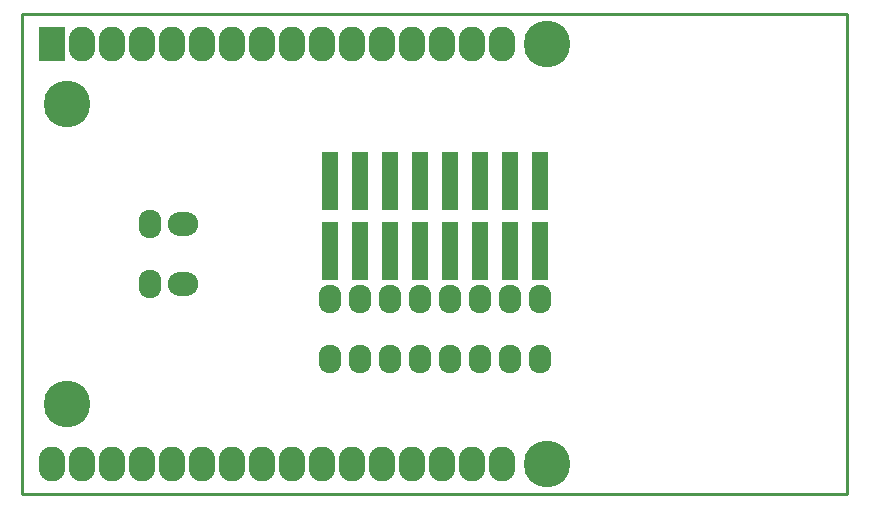
<source format=gts>
G04 #@! TF.FileFunction,Soldermask,Top*
%FSLAX46Y46*%
G04 Gerber Fmt 4.6, Leading zero omitted, Abs format (unit mm)*
G04 Created by KiCad (PCBNEW 4.1.0-alpha+201608010716+6997~46~ubuntu16.04.1-product) date Mon Aug  8 14:57:05 2016*
%MOMM*%
%LPD*%
G01*
G04 APERTURE LIST*
%ADD10C,0.100000*%
%ADD11C,0.228600*%
%ADD12O,1.924000X2.432000*%
%ADD13R,1.416000X4.895800*%
%ADD14O,2.559000X2.051000*%
%ADD15O,2.254200X2.940000*%
%ADD16R,2.254200X2.940000*%
%ADD17C,3.956000*%
G04 APERTURE END LIST*
D10*
D11*
X143510000Y-79375000D02*
X73660000Y-79375000D01*
X143510000Y-120015000D02*
X143510000Y-79375000D01*
X73660000Y-120015000D02*
X143510000Y-120015000D01*
X73660000Y-79375000D02*
X73660000Y-120015000D01*
D12*
X84455000Y-102235000D03*
X84455000Y-97155000D03*
X117475000Y-108585000D03*
X117475000Y-103505000D03*
X114935000Y-108585000D03*
X114935000Y-103505000D03*
X112395000Y-108585000D03*
X112395000Y-103505000D03*
X109855000Y-108585000D03*
X109855000Y-103505000D03*
X107315000Y-108585000D03*
X107315000Y-103505000D03*
X104775000Y-108585000D03*
X104775000Y-103505000D03*
X102235000Y-108585000D03*
X102235000Y-103505000D03*
X99695000Y-108585000D03*
X99695000Y-103505000D03*
D13*
X117475000Y-93522800D03*
X117475000Y-99517200D03*
X114935000Y-93522800D03*
X114935000Y-99517200D03*
X112395000Y-93522800D03*
X112395000Y-99517200D03*
X109855000Y-93522800D03*
X109855000Y-99517200D03*
X107315000Y-93522800D03*
X107315000Y-99517200D03*
X104775000Y-93522800D03*
X104775000Y-99517200D03*
X102235000Y-93522800D03*
X102235000Y-99517200D03*
X99695000Y-93522800D03*
X99695000Y-99517200D03*
D14*
X87274400Y-97155000D03*
X87274400Y-102235000D03*
D15*
X78740000Y-81915000D03*
X81280000Y-81915000D03*
D16*
X76200000Y-81915000D03*
D15*
X83820000Y-81915000D03*
X86360000Y-81915000D03*
X88900000Y-81915000D03*
X91440000Y-81915000D03*
X93980000Y-81915000D03*
X96520000Y-81915000D03*
X99060000Y-81915000D03*
X101600000Y-81915000D03*
X104140000Y-81915000D03*
X106680000Y-81915000D03*
X109220000Y-81915000D03*
X111760000Y-81915000D03*
X114300000Y-81915000D03*
X114300000Y-117475000D03*
X111760000Y-117475000D03*
X109220000Y-117475000D03*
X106680000Y-117475000D03*
X104140000Y-117475000D03*
X101600000Y-117475000D03*
X99060000Y-117475000D03*
X96520000Y-117475000D03*
X93980000Y-117475000D03*
X91440000Y-117475000D03*
X88900000Y-117475000D03*
X86360000Y-117475000D03*
X83820000Y-117475000D03*
X81280000Y-117475000D03*
X78740000Y-117475000D03*
X76200000Y-117475000D03*
D17*
X77470000Y-86995000D03*
X77470000Y-112395000D03*
X118110000Y-117475000D03*
X118110000Y-81915000D03*
M02*

</source>
